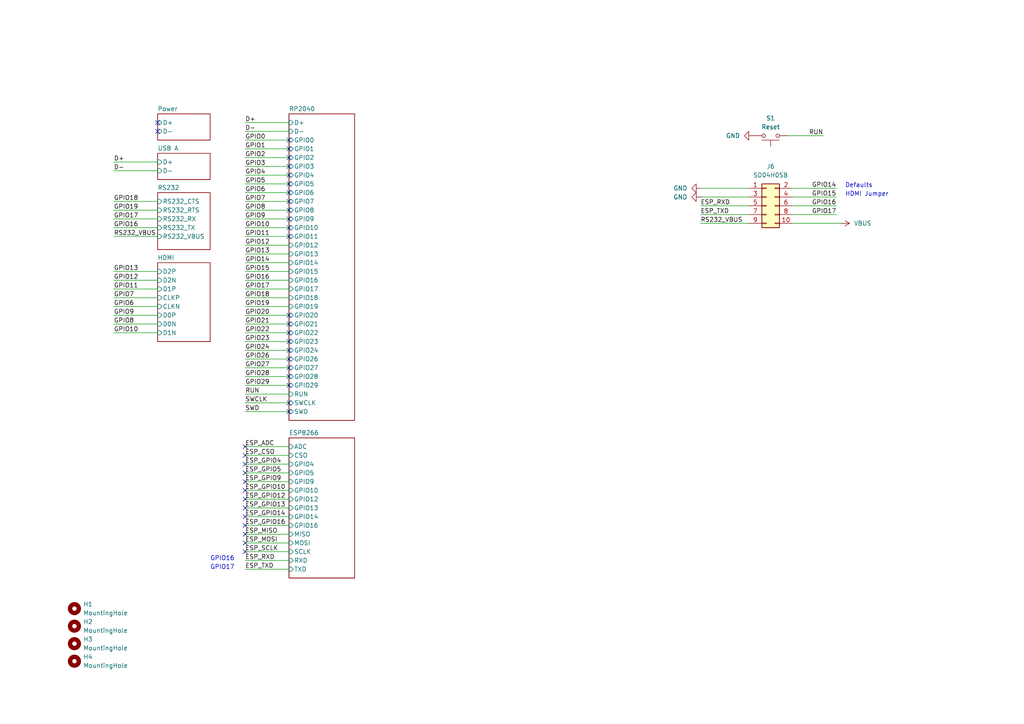
<source format=kicad_sch>
(kicad_sch (version 20250114) (generator "eeschema") (generator_version "9.0")
  (paper "A4")
  (title_block (title "${NAME}") (date "2025-04-21") (rev "${VERSION}") (company "Mikhail Matveev") (comment 1 "https://github.com/xtremespb/frank"))
  (lib_symbols
    (symbol "Connector_Generic:Conn_02x05_Odd_Even" (pin_names (offset 1.016) (hide yes))
      (property "Reference" "J" (at 1.27 7.62 0))
      (property "Value" "Conn_02x05_Odd_Even" (at 1.27 -7.62 0))
      (symbol "Conn_02x05_Odd_Even_1_1"
        (rectangle (start -1.27 6.35) (end 3.81 -6.35) (stroke (width 0.254)) (fill (type background)))
        (rectangle (start -1.27 5.207) (end 0 4.953) (stroke (width 0.1524)))
        (rectangle (start -1.27 2.667) (end 0 2.413) (stroke (width 0.1524)))
        (rectangle (start -1.27 0.127) (end 0 -0.127) (stroke (width 0.1524)))
        (rectangle (start -1.27 -2.413) (end 0 -2.667) (stroke (width 0.1524)))
        (rectangle (start -1.27 -4.953) (end 0 -5.207) (stroke (width 0.1524)))
        (rectangle (start 3.81 5.207) (end 2.54 4.953) (stroke (width 0.1524)))
        (rectangle (start 3.81 2.667) (end 2.54 2.413) (stroke (width 0.1524)))
        (rectangle (start 3.81 0.127) (end 2.54 -0.127) (stroke (width 0.1524)))
        (rectangle (start 3.81 -2.413) (end 2.54 -2.667) (stroke (width 0.1524)))
        (rectangle (start 3.81 -4.953) (end 2.54 -5.207) (stroke (width 0.1524)))
        (pin passive line (at -5.08 5.08 0) (length 3.81) (name "Pin_1") (number "1"))
        (pin passive line (at -5.08 2.54 0) (length 3.81) (name "Pin_3") (number "3"))
        (pin passive line (at -5.08 0 0) (length 3.81) (name "Pin_5") (number "5"))
        (pin passive line (at -5.08 -2.54 0) (length 3.81) (name "Pin_7") (number "7"))
        (pin passive line (at -5.08 -5.08 0) (length 3.81) (name "Pin_9") (number "9"))
        (pin passive line (at 7.62 5.08 180) (length 3.81) (name "Pin_2") (number "2"))
        (pin passive line (at 7.62 2.54 180) (length 3.81) (name "Pin_4") (number "4"))
        (pin passive line (at 7.62 0 180) (length 3.81) (name "Pin_6") (number "6"))
        (pin passive line (at 7.62 -2.54 180) (length 3.81) (name "Pin_8") (number "8"))
        (pin passive line (at 7.62 -5.08 180) (length 3.81) (name "Pin_10") (number "10"))
      )
    )
    (symbol "GND_1" (power) (pin_numbers (hide yes)) (pin_names (offset 0) (hide yes))
      (property "Value" "GND" (at 0 -3.81 0))
      (symbol "GND_1_0_1"
        (polyline (pts (xy 0 0) (xy 0 -1.27) (xy 1.27 -1.27) (xy 0 -2.54) (xy -1.27 -1.27) (xy 0 -1.27)))
      )
      (symbol "GND_1_1_1"
        (pin power_in line (at 0 0 270) (length 0) (name "~") (number "1"))
      )
    )
    (symbol "Mechanical:MountingHole" (pin_names (offset 1.016)) (exclude_from_sim yes) (in_bom no)
      (property "Reference" "H" (at 0 5.08 0))
      (property "Value" "MountingHole" (at 0 3.175 0))
      (symbol "MountingHole_0_1"
        (circle (center 0 0) (radius 1.27) (stroke (width 1.27)))
      )
    )
    (symbol "Switch:SW_Push" (pin_numbers (hide yes)) (pin_names (offset 1.016) (hide yes))
      (property "Reference" "SW" (at 1.27 2.54 0))
      (property "Value" "SW_Push" (at 0 -1.524 0))
      (symbol "SW_Push_0_1"
        (circle (center -2.032 0) (radius 0.508))
        (polyline (pts (xy 0 1.27) (xy 0 3.048)))
        (circle (center 2.032 0) (radius 0.508))
        (polyline (pts (xy 2.54 1.27) (xy -2.54 1.27)))
        (pin passive line (at -5.08 0 0) (length 2.54) (name "1") (number "1"))
        (pin passive line (at 5.08 0 180) (length 2.54) (name "2") (number "2"))
      )
    )
    (symbol "power:VBUS" (power) (pin_numbers (hide yes)) (pin_names (offset 0) (hide yes))
      (property "Value" "VBUS" (at 0 3.556 0))
      (symbol "VBUS_0_1"
        (polyline (pts (xy -0.762 1.27) (xy 0 2.54)))
        (polyline (pts (xy 0 2.54) (xy 0.762 1.27)))
        (polyline (pts (xy 0 0) (xy 0 2.54)))
      )
      (symbol "VBUS_1_1"
        (pin power_in line (at 0 0 90) (length 0) (name "~") (number "1"))
      )
    )
  )
  (text "GPIO17" (at 60.96 164.592 0) (effects (font (size 1.27 1.27)) (justify left)))
  (text "HDMI Jumper" (at 245.11 56.388 0) (effects (font (size 1.27 1.27)) (justify left)))
  (text "Defaults" (at 245.11 53.848 0) (effects (font (size 1.27 1.27)) (justify left)))
  (text "GPIO16" (at 60.96 162.052 0) (effects (font (size 1.27 1.27)) (justify left)))
  (no_connect (at 83.82 116.84))
  (no_connect (at 71.12 154.94))
  (no_connect (at 71.12 129.54))
  (no_connect (at 71.12 134.62))
  (no_connect (at 83.82 63.5))
  (no_connect (at 83.82 106.68))
  (no_connect (at 71.12 149.86))
  (no_connect (at 83.82 48.26))
  (no_connect (at 83.82 111.76))
  (no_connect (at 83.82 55.88))
  (no_connect (at 83.82 60.96))
  (no_connect (at 71.12 132.08))
  (no_connect (at 83.82 58.42))
  (no_connect (at 83.82 119.38))
  (no_connect (at 71.12 139.7))
  (no_connect (at 71.12 147.32))
  (no_connect (at 71.12 152.4))
  (no_connect (at 83.82 43.18))
  (no_connect (at 83.82 104.14))
  (no_connect (at 71.12 160.02))
  (no_connect (at 83.82 109.22))
  (no_connect (at 83.82 101.6))
  (no_connect (at 71.12 142.24))
  (no_connect (at 83.82 96.52))
  (no_connect (at 83.82 99.06))
  (no_connect (at 71.12 144.78))
  (no_connect (at 83.82 66.04))
  (no_connect (at 71.12 157.48))
  (no_connect (at 45.72 38.1))
  (no_connect (at 83.82 93.98))
  (no_connect (at 83.82 53.34))
  (no_connect (at 45.72 35.56))
  (no_connect (at 83.82 50.8))
  (no_connect (at 71.12 137.16))
  (no_connect (at 83.82 40.64))
  (no_connect (at 83.82 68.58))
  (no_connect (at 83.82 91.44))
  (no_connect (at 83.82 45.72))
  (wire (pts (xy 71.12 93.98) (xy 83.82 93.98)))
  (wire (pts (xy 33.02 66.04) (xy 45.72 66.04)))
  (wire (pts (xy 71.12 104.14) (xy 83.82 104.14)))
  (wire (pts (xy 71.12 71.12) (xy 83.82 71.12)))
  (wire (pts (xy 71.12 83.82) (xy 83.82 83.82)))
  (wire (pts (xy 203.2 62.23) (xy 217.17 62.23)))
  (wire (pts (xy 71.12 132.08) (xy 83.82 132.08)))
  (wire (pts (xy 71.12 116.84) (xy 83.82 116.84)))
  (wire (pts (xy 71.12 45.72) (xy 83.82 45.72)))
  (wire (pts (xy 71.12 68.58) (xy 83.82 68.58)))
  (wire (pts (xy 71.12 53.34) (xy 83.82 53.34)))
  (wire (pts (xy 71.12 101.6) (xy 83.82 101.6)))
  (wire (pts (xy 71.12 35.56) (xy 83.82 35.56)))
  (wire (pts (xy 71.12 91.44) (xy 83.82 91.44)))
  (wire (pts (xy 33.02 96.52) (xy 45.72 96.52)))
  (wire (pts (xy 228.6 39.37) (xy 238.76 39.37)))
  (wire (pts (xy 203.2 59.69) (xy 217.17 59.69)))
  (wire (pts (xy 71.12 137.16) (xy 83.82 137.16)))
  (wire (pts (xy 71.12 50.8) (xy 83.82 50.8)))
  (wire (pts (xy 33.02 91.44) (xy 45.72 91.44)))
  (wire (pts (xy 33.02 81.28) (xy 45.72 81.28)))
  (wire (pts (xy 33.02 78.74) (xy 45.72 78.74)))
  (wire (pts (xy 33.02 86.36) (xy 45.72 86.36)))
  (wire (pts (xy 71.12 38.1) (xy 83.82 38.1)))
  (wire (pts (xy 242.57 62.23) (xy 229.87 62.23)))
  (wire (pts (xy 71.12 129.54) (xy 83.82 129.54)))
  (wire (pts (xy 71.12 142.24) (xy 83.82 142.24)))
  (wire (pts (xy 71.12 152.4) (xy 83.82 152.4)))
  (wire (pts (xy 71.12 48.26) (xy 83.82 48.26)))
  (wire (pts (xy 203.2 64.77) (xy 217.17 64.77)))
  (wire (pts (xy 71.12 86.36) (xy 83.82 86.36)))
  (wire (pts (xy 242.57 59.69) (xy 229.87 59.69)))
  (wire (pts (xy 71.12 43.18) (xy 83.82 43.18)))
  (wire (pts (xy 71.12 134.62) (xy 83.82 134.62)))
  (wire (pts (xy 71.12 144.78) (xy 83.82 144.78)))
  (wire (pts (xy 33.02 83.82) (xy 45.72 83.82)))
  (wire (pts (xy 33.02 93.98) (xy 45.72 93.98)))
  (wire (pts (xy 33.02 68.58) (xy 45.72 68.58)))
  (wire (pts (xy 71.12 60.96) (xy 83.82 60.96)))
  (wire (pts (xy 71.12 96.52) (xy 83.82 96.52)))
  (wire (pts (xy 71.12 154.94) (xy 83.82 154.94)))
  (wire (pts (xy 71.12 78.74) (xy 83.82 78.74)))
  (wire (pts (xy 71.12 81.28) (xy 83.82 81.28)))
  (wire (pts (xy 71.12 149.86) (xy 83.82 149.86)))
  (wire (pts (xy 71.12 63.5) (xy 83.82 63.5)))
  (wire (pts (xy 71.12 88.9) (xy 83.82 88.9)))
  (wire (pts (xy 33.02 60.96) (xy 45.72 60.96)))
  (wire (pts (xy 33.02 58.42) (xy 45.72 58.42)))
  (wire (pts (xy 229.87 57.15) (xy 242.57 57.15)))
  (wire (pts (xy 71.12 147.32) (xy 83.82 147.32)))
  (wire (pts (xy 71.12 114.3) (xy 83.82 114.3)))
  (wire (pts (xy 229.87 54.61) (xy 242.57 54.61)))
  (wire (pts (xy 71.12 162.56) (xy 83.82 162.56)))
  (wire (pts (xy 71.12 119.38) (xy 83.82 119.38)))
  (wire (pts (xy 71.12 111.76) (xy 83.82 111.76)))
  (wire (pts (xy 203.2 57.15) (xy 217.17 57.15)))
  (wire (pts (xy 33.02 88.9) (xy 45.72 88.9)))
  (wire (pts (xy 71.12 55.88) (xy 83.82 55.88)))
  (wire (pts (xy 71.12 157.48) (xy 83.82 157.48)))
  (wire (pts (xy 71.12 139.7) (xy 83.82 139.7)))
  (wire (pts (xy 71.12 99.06) (xy 83.82 99.06)))
  (wire (pts (xy 33.02 63.5) (xy 45.72 63.5)))
  (wire (pts (xy 71.12 58.42) (xy 83.82 58.42)))
  (wire (pts (xy 33.02 49.53) (xy 45.72 49.53)))
  (wire (pts (xy 71.12 66.04) (xy 83.82 66.04)))
  (wire (pts (xy 71.12 73.66) (xy 83.82 73.66)))
  (wire (pts (xy 71.12 40.64) (xy 83.82 40.64)))
  (wire (pts (xy 71.12 76.2) (xy 83.82 76.2)))
  (wire (pts (xy 33.02 46.99) (xy 45.72 46.99)))
  (wire (pts (xy 71.12 109.22) (xy 83.82 109.22)))
  (wire (pts (xy 71.12 106.68) (xy 83.82 106.68)))
  (wire (pts (xy 71.12 160.02) (xy 83.82 160.02)))
  (wire (pts (xy 203.2 54.61) (xy 217.17 54.61)))
  (wire (pts (xy 71.12 165.1) (xy 83.82 165.1)))
  (wire (pts (xy 243.84 64.77) (xy 229.87 64.77)))
  (label "ESP_TXD" (at 203.2 62.23 0))
  (label "ESP_GPIO16" (at 71.12 152.4 0))
  (label "ESP_GPIO5" (at 71.12 137.16 0))
  (label "GPIO12" (at 33.02 81.28 0))
  (label "GPIO27" (at 71.12 106.68 0))
  (label "GPIO1" (at 71.12 43.18 0))
  (label "D+" (at 33.02 46.99 0))
  (label "GPIO20" (at 71.12 91.44 0))
  (label "ESP_GPIO10" (at 71.12 142.24 0))
  (label "GPIO21" (at 71.12 93.98 0))
  (label "GPIO14" (at 71.12 76.2 0))
  (label "GPIO15" (at 71.12 78.74 0))
  (label "GPIO9" (at 71.12 63.5 0))
  (label "GPIO7" (at 33.02 86.36 0))
  (label "GPIO10" (at 71.12 66.04 0))
  (label "ESP_RXD" (at 203.2 59.69 0))
  (label "GPIO18" (at 71.12 86.36 0))
  (label "GPIO22" (at 71.12 96.52 0))
  (label "ESP_GPIO13" (at 71.12 147.32 0))
  (label "RUN" (at 71.12 114.3 0))
  (label "SWCLK" (at 71.12 116.84 0))
  (label "GPIO17" (at 33.02 63.5 0))
  (label "GPIO23" (at 71.12 99.06 0))
  (label "GPIO17" (at 71.12 83.82 0))
  (label "D+" (at 71.12 35.56 0))
  (label "GPIO17" (at 242.57 62.23 180))
  (label "GPIO18" (at 33.02 58.42 0))
  (label "GPIO7" (at 71.12 58.42 0))
  (label "GPIO16" (at 242.57 59.69 180))
  (label "GPIO10" (at 33.02 96.52 0))
  (label "GPIO28" (at 71.12 109.22 0))
  (label "ESP_TXD" (at 71.12 165.1 0))
  (label "ESP_GPIO14" (at 71.12 149.86 0))
  (label "GPIO3" (at 71.12 48.26 0))
  (label "GPIO19" (at 71.12 88.9 0))
  (label "GPIO4" (at 71.12 50.8 0))
  (label "GPIO24" (at 71.12 101.6 0))
  (label "GPIO9" (at 33.02 91.44 0))
  (label "ESP_MISO" (at 71.12 154.94 0))
  (label "GPIO2" (at 71.12 45.72 0))
  (label "GPIO29" (at 71.12 111.76 0))
  (label "ESP_CSO" (at 71.12 132.08 0))
  (label "GPIO16" (at 33.02 66.04 0))
  (label "GPIO8" (at 33.02 93.98 0))
  (label "GPIO16" (at 71.12 81.28 0))
  (label "GPIO12" (at 71.12 71.12 0))
  (label "GPIO14" (at 242.57 54.61 180))
  (label "GPIO6" (at 33.02 88.9 0))
  (label "GPIO11" (at 33.02 83.82 0))
  (label "ESP_GPIO4" (at 71.12 134.62 0))
  (label "GPIO26" (at 71.12 104.14 0))
  (label "GPIO5" (at 71.12 53.34 0))
  (label "GPIO19" (at 33.02 60.96 0))
  (label "ESP_GPIO12" (at 71.12 144.78 0))
  (label "RS232_VBUS" (at 203.2 64.77 0))
  (label "GPIO8" (at 71.12 60.96 0))
  (label "ESP_SCLK" (at 71.12 160.02 0))
  (label "RUN" (at 238.76 39.37 180))
  (label "RS232_VBUS" (at 33.02 68.58 0))
  (label "ESP_ADC" (at 71.12 129.54 0))
  (label "ESP_RXD" (at 71.12 162.56 0))
  (label "GPIO11" (at 71.12 68.58 0))
  (label "GPIO13" (at 33.02 78.74 0))
  (label "GPIO13" (at 71.12 73.66 0))
  (label "GPIO15" (at 242.57 57.15 180))
  (label "D-" (at 71.12 38.1 0))
  (label "GPIO6" (at 71.12 55.88 0))
  (label "ESP_GPIO9" (at 71.12 139.7 0))
  (label "D-" (at 33.02 49.53 0))
  (label "SWD" (at 71.12 119.38 0))
  (label "ESP_MOSI" (at 71.12 157.48 0))
  (label "GPIO0" (at 71.12 40.64 0))
  (symbol (lib_id "Connector_Generic:Conn_02x05_Odd_Even") (at 222.25 59.69 0) (unit 1)
    (property "Reference" "J6" (at 223.52 48.26 0))
    (property "Value" "SD04H0SB" (at 223.52 50.8 0))
    (property "Footprint" "FRANK:DIP Switch (5x5)" (effects (hide yes)))
    (property "Datasheet" "https://www.aliexpress.com/item/1005006144087226.html" (effects (hide yes)))
    (property "Description" "Generic connector, double row, 02x05, odd/even pin numbering scheme (row 1 odd numbers, row 2 even numbers), script generated (kicad-library-utils/schlib/autogen/connector/)" (effects (hide yes)))
    (property "AliExpress" "https://www.ckswitches.com/media/1324/sd.pdf" (effects (hide yes)))
  )
  (symbol (lib_name "GND_1") (lib_id "power:GND") (at 218.44 39.37 270) (unit 1)
    (property "Reference" "#PWR01" (effects (hide yes)))
    (property "Value" "GND" (at 214.63 39.3699 90) (effects (justify right)))
    (property "Description" "Power symbol creates a global label with name \"GND\" , ground" (effects (hide yes)))
  )
  (symbol (lib_name "GND_1") (lib_id "power:GND") (at 203.2 54.61 270) (unit 1)
    (property "Reference" "#PWR054" (effects (hide yes)))
    (property "Value" "GND" (at 199.39 54.6099 90) (effects (justify right)))
    (property "Description" "Power symbol creates a global label with name \"GND\" , ground" (effects (hide yes)))
  )
  (symbol (lib_id "Switch:SW_Push") (at 223.52 39.37 180) (unit 1)
    (property "Reference" "S1" (at 223.52 34.29 0))
    (property "Value" "Reset" (at 223.52 36.83 0))
    (property "Footprint" "FRANK:Button (SMD, 3x3mm, 1-1)" (effects (hide yes)))
    (property "Datasheet" "https://parts4laptops.eu/en/microbuttons/3300-microbutton-tact-switch-ts-1233-33x33x15mm-smt-mounting.html" (effects (hide yes)))
    (property "AliExpress" "https://www.aliexpress.com/item/1005007359248990.html" (effects (hide yes)))
  )
  (symbol (lib_id "Mechanical:MountingHole") (at 21.59 186.69 0) (unit 1) (exclude_from_sim yes) (in_bom no)
    (property "Reference" "H3" (at 24.13 185.4199 0) (effects (justify left)))
    (property "Value" "MountingHole" (at 24.13 187.9599 0) (effects (justify left)))
    (property "Footprint" "FRANK:Mounting Hole (2.7mm)" (effects (hide yes)))
    (property "Description" "Mounting Hole without connection" (effects (hide yes)))
  )
  (symbol (lib_id "Mechanical:MountingHole") (at 21.59 181.61 0) (unit 1) (exclude_from_sim yes) (in_bom no)
    (property "Reference" "H2" (at 24.13 180.3399 0) (effects (justify left)))
    (property "Value" "MountingHole" (at 24.13 182.8799 0) (effects (justify left)))
    (property "Footprint" "FRANK:Mounting Hole (2.7mm)" (effects (hide yes)))
    (property "Description" "Mounting Hole without connection" (effects (hide yes)))
  )
  (symbol (lib_id "Mechanical:MountingHole") (at 21.59 191.77 0) (unit 1) (exclude_from_sim yes) (in_bom no)
    (property "Reference" "H4" (at 24.13 190.4999 0) (effects (justify left)))
    (property "Value" "MountingHole" (at 24.13 193.0399 0) (effects (justify left)))
    (property "Footprint" "FRANK:Mounting Hole (2.7mm)" (effects (hide yes)))
    (property "Description" "Mounting Hole without connection" (effects (hide yes)))
  )
  (symbol (lib_id "Mechanical:MountingHole") (at 21.59 176.53 0) (unit 1) (exclude_from_sim yes) (in_bom no)
    (property "Reference" "H1" (at 24.13 175.2599 0) (effects (justify left)))
    (property "Value" "MountingHole" (at 24.13 177.7999 0) (effects (justify left)))
    (property "Footprint" "FRANK:Mounting Hole (2.7mm)" (effects (hide yes)))
    (property "Description" "Mounting Hole without connection" (effects (hide yes)))
  )
  (symbol (lib_name "GND_1") (lib_id "power:GND") (at 203.2 57.15 270) (unit 1)
    (property "Reference" "#PWR053" (effects (hide yes)))
    (property "Value" "GND" (at 199.39 57.1499 90) (effects (justify right)))
    (property "Description" "Power symbol creates a global label with name \"GND\" , ground" (effects (hide yes)))
  )
  (symbol (lib_id "power:VBUS") (at 243.84 64.77 270) (unit 1)
    (property "Reference" "#PWR02" (effects (hide yes)))
    (property "Value" "VBUS" (at 247.65 64.7699 90) (effects (justify left)))
    (property "Description" "Power symbol creates a global label with name \"VBUS\"" (effects (hide yes)))
  )
  (sheet (at 45.72 76.2) (size 15.24 22.86) (stroke (width 0.1524))
    (property "Sheetname" "HDMI" (at 45.72 75.4884 0) (effects (justify left bottom)))
    (property "Sheetfile" "hdmi.kicad_sch" (effects (hide yes)))
    (pin "D2P" input (at 45.72 78.74 180))
    (pin "D2N" input (at 45.72 81.28 180))
    (pin "D1P" input (at 45.72 83.82 180))
    (pin "CLKP" input (at 45.72 86.36 180))
    (pin "CLKN" input (at 45.72 88.9 180))
    (pin "D0P" input (at 45.72 91.44 180))
    (pin "D0N" input (at 45.72 93.98 180))
    (pin "D1N" input (at 45.72 96.52 180))
  )
  (sheet (at 83.82 33.02) (size 19.05 88.9) (stroke (width 0.1524))
    (property "Sheetname" "RP2040" (at 83.82 32.3084 0) (effects (justify left bottom)))
    (property "Sheetfile" "rp2040.kicad_sch" (effects (hide yes)))
    (pin "D+" input (at 83.82 35.56 180))
    (pin "D-" input (at 83.82 38.1 180))
    (pin "GPIO0" input (at 83.82 40.64 180))
    (pin "GPIO1" input (at 83.82 43.18 180))
    (pin "GPIO2" input (at 83.82 45.72 180))
    (pin "GPIO3" input (at 83.82 48.26 180))
    (pin "GPIO4" input (at 83.82 50.8 180))
    (pin "GPIO5" input (at 83.82 53.34 180))
    (pin "GPIO6" input (at 83.82 55.88 180))
    (pin "GPIO7" input (at 83.82 58.42 180))
    (pin "GPIO8" input (at 83.82 60.96 180))
    (pin "GPIO9" input (at 83.82 63.5 180))
    (pin "GPIO10" input (at 83.82 66.04 180))
    (pin "GPIO11" input (at 83.82 68.58 180))
    (pin "GPIO12" input (at 83.82 71.12 180))
    (pin "GPIO13" input (at 83.82 73.66 180))
    (pin "GPIO14" input (at 83.82 76.2 180))
    (pin "GPIO15" input (at 83.82 78.74 180))
    (pin "GPIO16" input (at 83.82 81.28 180))
    (pin "GPIO17" input (at 83.82 83.82 180))
    (pin "GPIO18" input (at 83.82 86.36 180))
    (pin "GPIO19" input (at 83.82 88.9 180))
    (pin "GPIO20" input (at 83.82 91.44 180))
    (pin "GPIO21" input (at 83.82 93.98 180))
    (pin "GPIO22" input (at 83.82 96.52 180))
    (pin "GPIO23" input (at 83.82 99.06 180))
    (pin "GPIO24" input (at 83.82 101.6 180))
    (pin "GPIO26" input (at 83.82 104.14 180))
    (pin "GPIO27" input (at 83.82 106.68 180))
    (pin "GPIO28" input (at 83.82 109.22 180))
    (pin "GPIO29" input (at 83.82 111.76 180))
    (pin "RUN" input (at 83.82 114.3 180))
    (pin "SWCLK" input (at 83.82 116.84 180))
    (pin "SWD" input (at 83.82 119.38 180))
  )
  (sheet (at 45.72 55.88) (size 15.24 16.51) (stroke (width 0.1524))
    (property "Sheetname" "RS232" (at 45.72 55.1684 0) (effects (justify left bottom)))
    (property "Sheetfile" "rs232.kicad_sch" (effects (hide yes)))
    (pin "RS232_CTS" input (at 45.72 58.42 180))
    (pin "RS232_RTS" input (at 45.72 60.96 180))
    (pin "RS232_RX" input (at 45.72 63.5 180))
    (pin "RS232_TX" input (at 45.72 66.04 180))
    (pin "RS232_VBUS" input (at 45.72 68.58 180))
  )
  (sheet (at 45.72 33.02) (size 15.24 7.62) (stroke (width 0.1524))
    (property "Sheetname" "Power" (at 45.72 32.3084 0) (effects (justify left bottom)))
    (property "Sheetfile" "power.kicad_sch" (effects (hide yes)))
    (pin "D+" input (at 45.72 35.56 180))
    (pin "D-" input (at 45.72 38.1 180))
  )
  (sheet (at 83.82 127) (size 19.05 40.64) (stroke (width 0.1524))
    (property "Sheetname" "ESP8266" (at 83.82 126.2884 0) (effects (justify left bottom)))
    (property "Sheetfile" "esp8266.kicad_sch" (effects (hide yes)))
    (pin "ADC" input (at 83.82 129.54 180))
    (pin "CSO" input (at 83.82 132.08 180))
    (pin "GPIO4" input (at 83.82 134.62 180))
    (pin "GPIO5" input (at 83.82 137.16 180))
    (pin "GPIO9" input (at 83.82 139.7 180))
    (pin "GPIO10" input (at 83.82 142.24 180))
    (pin "GPIO12" input (at 83.82 144.78 180))
    (pin "GPIO13" input (at 83.82 147.32 180))
    (pin "GPIO14" input (at 83.82 149.86 180))
    (pin "GPIO16" input (at 83.82 152.4 180))
    (pin "MISO" input (at 83.82 154.94 180))
    (pin "MOSI" input (at 83.82 157.48 180))
    (pin "SCLK" input (at 83.82 160.02 180))
    (pin "RXD" input (at 83.82 162.56 180))
    (pin "TXD" input (at 83.82 165.1 180))
  )
  (sheet (at 45.72 44.45) (size 15.24 7.62) (stroke (width 0.1524))
    (property "Sheetname" "USB A" (at 45.72 43.7384 0) (effects (justify left bottom)))
    (property "Sheetfile" "usba.kicad_sch" (effects (hide yes)))
    (pin "D+" input (at 45.72 46.99 180))
    (pin "D-" input (at 45.72 49.53 180))
  )
)
</source>
